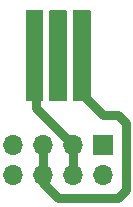
<source format=gbr>
%TF.GenerationSoftware,KiCad,Pcbnew,(6.0.6)*%
%TF.CreationDate,2022-08-15T19:59:22-05:00*%
%TF.ProjectId,Nunchuck_adapter,4e756e63-6875-4636-9b5f-616461707465,rev?*%
%TF.SameCoordinates,Original*%
%TF.FileFunction,Copper,L2,Bot*%
%TF.FilePolarity,Positive*%
%FSLAX46Y46*%
G04 Gerber Fmt 4.6, Leading zero omitted, Abs format (unit mm)*
G04 Created by KiCad (PCBNEW (6.0.6)) date 2022-08-15 19:59:22*
%MOMM*%
%LPD*%
G01*
G04 APERTURE LIST*
%TA.AperFunction,ComponentPad*%
%ADD10R,1.700000X1.700000*%
%TD*%
%TA.AperFunction,ComponentPad*%
%ADD11O,1.700000X1.700000*%
%TD*%
%TA.AperFunction,Conductor*%
%ADD12C,0.750000*%
%TD*%
G04 APERTURE END LIST*
D10*
%TO.P,J1,1,Pin_1*%
%TO.N,GND*%
X3810000Y1270000D03*
D11*
%TO.P,J1,2,Pin_2*%
X3810000Y-1270000D03*
%TO.P,J1,3,Pin_3*%
%TO.N,VCC*%
X1270000Y1270000D03*
%TO.P,J1,4,Pin_4*%
X1270000Y-1270000D03*
%TO.P,J1,5,Pin_5*%
%TO.N,/DATA*%
X-1270000Y1270000D03*
%TO.P,J1,6,Pin_6*%
X-1270000Y-1270000D03*
%TO.P,J1,7,Pin_7*%
%TO.N,/CLK*%
X-3810000Y1270000D03*
%TO.P,J1,8,Pin_8*%
X-3810000Y-1270000D03*
%TD*%
D12*
%TO.N,/DATA*%
X3810000Y3810000D02*
X1905000Y5715000D01*
X5080000Y3810000D02*
X3810000Y3810000D01*
X-1270000Y-1270000D02*
X-1270000Y-1905000D01*
X5715000Y3175000D02*
X5080000Y3810000D01*
X-1270000Y-1905000D02*
X0Y-3175000D01*
X0Y-3175000D02*
X5080000Y-3175000D01*
X5080000Y-3175000D02*
X5715000Y-2540000D01*
X5715000Y-2540000D02*
X5715000Y3175000D01*
X-1270000Y1270000D02*
X-1270000Y-1270000D01*
%TO.N,VCC*%
X1270000Y1270000D02*
X1270000Y-1270000D01*
X-1905000Y4445000D02*
X-1905000Y5715000D01*
X1270000Y1270000D02*
X-1905000Y4445000D01*
%TD*%
%TA.AperFunction,NonConductor*%
G36*
X692121Y12721498D02*
G01*
X738614Y12667842D01*
X750000Y12615500D01*
X750000Y5126000D01*
X729998Y5057879D01*
X676342Y5011386D01*
X624000Y5000000D01*
X-624000Y5000000D01*
X-692121Y5020002D01*
X-738614Y5073658D01*
X-750000Y5126000D01*
X-750000Y12615500D01*
X-729998Y12683621D01*
X-676342Y12730114D01*
X-624000Y12741500D01*
X624000Y12741500D01*
X692121Y12721498D01*
G37*
%TD.AperFunction*%
%TA.AperFunction,Conductor*%
%TO.N,VCC*%
G36*
X-1307879Y12721498D02*
G01*
X-1261386Y12667842D01*
X-1250000Y12615500D01*
X-1250000Y5126000D01*
X-1270002Y5057879D01*
X-1323658Y5011386D01*
X-1376000Y5000000D01*
X-2624000Y5000000D01*
X-2692121Y5020002D01*
X-2738614Y5073658D01*
X-2750000Y5126000D01*
X-2750000Y6128589D01*
X-2744717Y6164691D01*
X-2744485Y6165466D01*
X-2744484Y6165472D01*
X-2741914Y6174066D01*
X-2741704Y6208506D01*
X-2741671Y6209289D01*
X-2741500Y6210386D01*
X-2741500Y6241377D01*
X-2741498Y6242147D01*
X-2741048Y6315785D01*
X-2741048Y6315786D01*
X-2741024Y6319721D01*
X-2741408Y6321065D01*
X-2741500Y6322410D01*
X-2741500Y12615500D01*
X-2721498Y12683621D01*
X-2667842Y12730114D01*
X-2615500Y12741500D01*
X-1376000Y12741500D01*
X-1307879Y12721498D01*
G37*
%TD.AperFunction*%
%TD*%
%TA.AperFunction,Conductor*%
%TO.N,/DATA*%
G36*
X2683621Y12721498D02*
G01*
X2730114Y12667842D01*
X2741500Y12615500D01*
X2741500Y6258623D01*
X2741498Y6257853D01*
X2741024Y6180279D01*
X2743491Y6171648D01*
X2745149Y6165846D01*
X2750000Y6131221D01*
X2750000Y5126000D01*
X2729998Y5057879D01*
X2676342Y5011386D01*
X2624000Y5000000D01*
X1376000Y5000000D01*
X1307879Y5020002D01*
X1261386Y5073658D01*
X1250000Y5126000D01*
X1250000Y12615500D01*
X1270002Y12683621D01*
X1323658Y12730114D01*
X1376000Y12741500D01*
X2615500Y12741500D01*
X2683621Y12721498D01*
G37*
%TD.AperFunction*%
%TD*%
M02*

</source>
